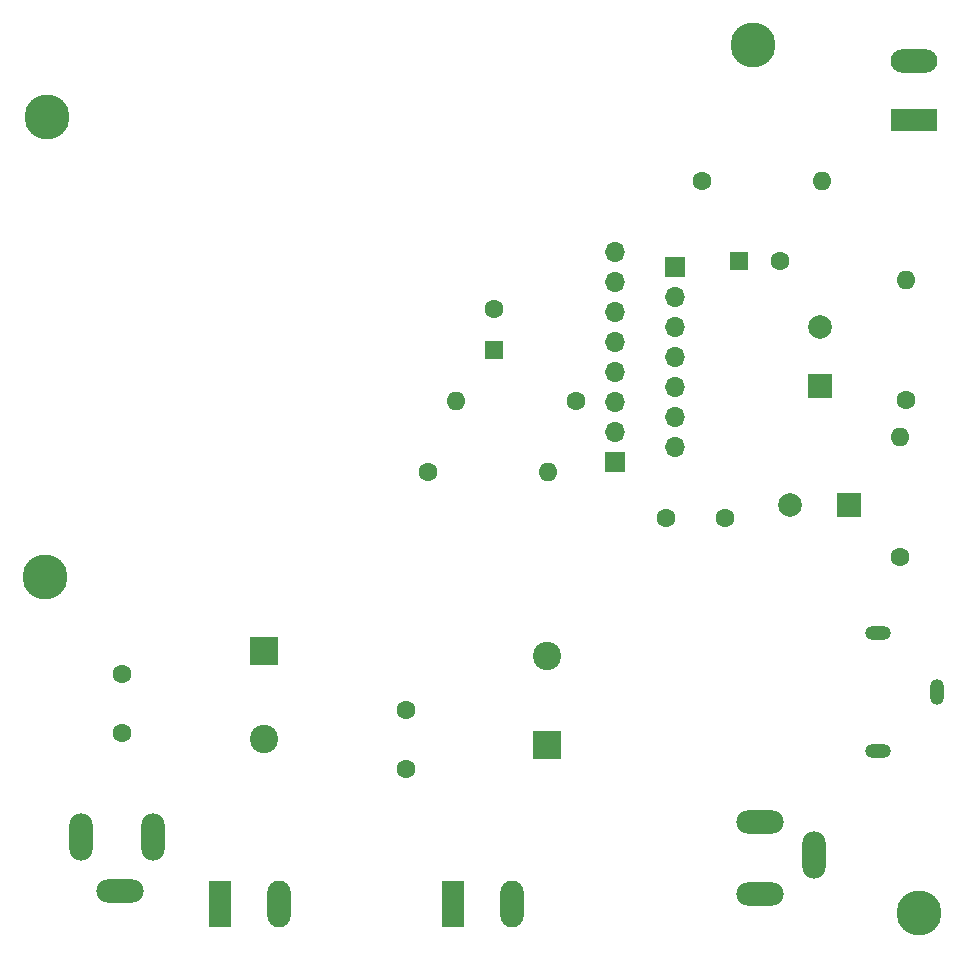
<source format=gbr>
%TF.GenerationSoftware,KiCad,Pcbnew,7.0.1-0*%
%TF.CreationDate,2023-05-21T16:13:56-06:00*%
%TF.ProjectId,100W Amplifier IS,31303057-2041-46d7-906c-696669657220,rev?*%
%TF.SameCoordinates,Original*%
%TF.FileFunction,Soldermask,Bot*%
%TF.FilePolarity,Negative*%
%FSLAX46Y46*%
G04 Gerber Fmt 4.6, Leading zero omitted, Abs format (unit mm)*
G04 Created by KiCad (PCBNEW 7.0.1-0) date 2023-05-21 16:13:56*
%MOMM*%
%LPD*%
G01*
G04 APERTURE LIST*
%ADD10C,3.800000*%
%ADD11C,1.600000*%
%ADD12O,1.600000X1.600000*%
%ADD13R,2.000000X2.000000*%
%ADD14C,2.000000*%
%ADD15R,2.400000X2.400000*%
%ADD16C,2.400000*%
%ADD17R,3.960000X1.980000*%
%ADD18O,3.960000X1.980000*%
%ADD19R,1.700000X1.700000*%
%ADD20O,1.700000X1.700000*%
%ADD21R,1.980000X3.960000*%
%ADD22O,1.980000X3.960000*%
%ADD23R,1.600000X1.600000*%
%ADD24O,2.200000X1.200000*%
%ADD25O,1.200000X2.200000*%
%ADD26O,2.000000X4.000000*%
%ADD27O,4.000000X2.000000*%
G04 APERTURE END LIST*
D10*
%TO.C,REF\u002A\u002A*%
X115500000Y-87300000D03*
%TD*%
%TO.C,*%
X115500000Y-87300000D03*
%TD*%
%TO.C,REF\u002A\u002A*%
X115600000Y-48350000D03*
%TD*%
%TO.C,*%
X115600000Y-48350000D03*
%TD*%
%TO.C,REF\u002A\u002A*%
X175400000Y-42250000D03*
%TD*%
%TO.C,*%
X175400000Y-42250000D03*
%TD*%
%TO.C,REF\u002A\u002A*%
X189500000Y-115700000D03*
%TD*%
D11*
%TO.C,R9*%
X188390000Y-72290000D03*
D12*
X188390000Y-62130000D03*
%TD*%
D11*
%TO.C,R10*%
X147880000Y-78370000D03*
D12*
X158040000Y-78370000D03*
%TD*%
D13*
%TO.C,C10*%
X181050000Y-71067677D03*
D14*
X181050000Y-66067677D03*
%TD*%
D15*
%TO.C,C15*%
X134000000Y-93500000D03*
D16*
X134000000Y-101000000D03*
%TD*%
D17*
%TO.C,J6*%
X189050000Y-48600000D03*
D18*
X189050000Y-43600000D03*
%TD*%
D19*
%TO.C,J3*%
X163695000Y-77520000D03*
D20*
X163695000Y-74980000D03*
X163695000Y-72440000D03*
X163695000Y-69900000D03*
X163695000Y-67360000D03*
X163695000Y-64820000D03*
X163695000Y-62280000D03*
X163695000Y-59740000D03*
%TD*%
D19*
%TO.C,J2*%
X168765000Y-61010000D03*
D20*
X168765000Y-63550000D03*
X168765000Y-66090000D03*
X168765000Y-68630000D03*
X168765000Y-71170000D03*
X168765000Y-73710000D03*
X168765000Y-76250000D03*
%TD*%
D11*
%TO.C,C11*%
X173020000Y-82290000D03*
X168020000Y-82290000D03*
%TD*%
D21*
%TO.C,J7*%
X130235000Y-115000000D03*
D22*
X135235000Y-115000000D03*
%TD*%
D21*
%TO.C,J8*%
X150000000Y-115000000D03*
D22*
X155000000Y-115000000D03*
%TD*%
D23*
%TO.C,C13*%
X153490000Y-68072651D03*
D11*
X153490000Y-64572651D03*
%TD*%
D13*
%TO.C,C8*%
X183570000Y-81180000D03*
D14*
X178570000Y-81180000D03*
%TD*%
D24*
%TO.C,J1*%
X186000000Y-102000000D03*
D25*
X191000000Y-97000000D03*
D24*
X186000000Y-92000000D03*
%TD*%
D26*
%TO.C,J4*%
X124600000Y-109250000D03*
D27*
X121800000Y-113850000D03*
D26*
X118500000Y-109250000D03*
%TD*%
D11*
%TO.C,C16*%
X146000000Y-98500000D03*
X146000000Y-103500000D03*
%TD*%
D15*
%TO.C,C14*%
X158000000Y-101500000D03*
D16*
X158000000Y-94000000D03*
%TD*%
D11*
%TO.C,R11*%
X171100000Y-53780000D03*
D12*
X181260000Y-53780000D03*
%TD*%
D11*
%TO.C,R8*%
X187860000Y-85590000D03*
D12*
X187860000Y-75430000D03*
%TD*%
D11*
%TO.C,C17*%
X122000000Y-100500000D03*
X122000000Y-95500000D03*
%TD*%
D27*
%TO.C,J5*%
X176000000Y-108000000D03*
D26*
X180600000Y-110800000D03*
D27*
X176000000Y-114100000D03*
%TD*%
D11*
%TO.C,R12*%
X160420000Y-72350000D03*
D12*
X150260000Y-72350000D03*
%TD*%
D23*
%TO.C,C12*%
X174200000Y-60500000D03*
D11*
X177700000Y-60500000D03*
%TD*%
M02*

</source>
